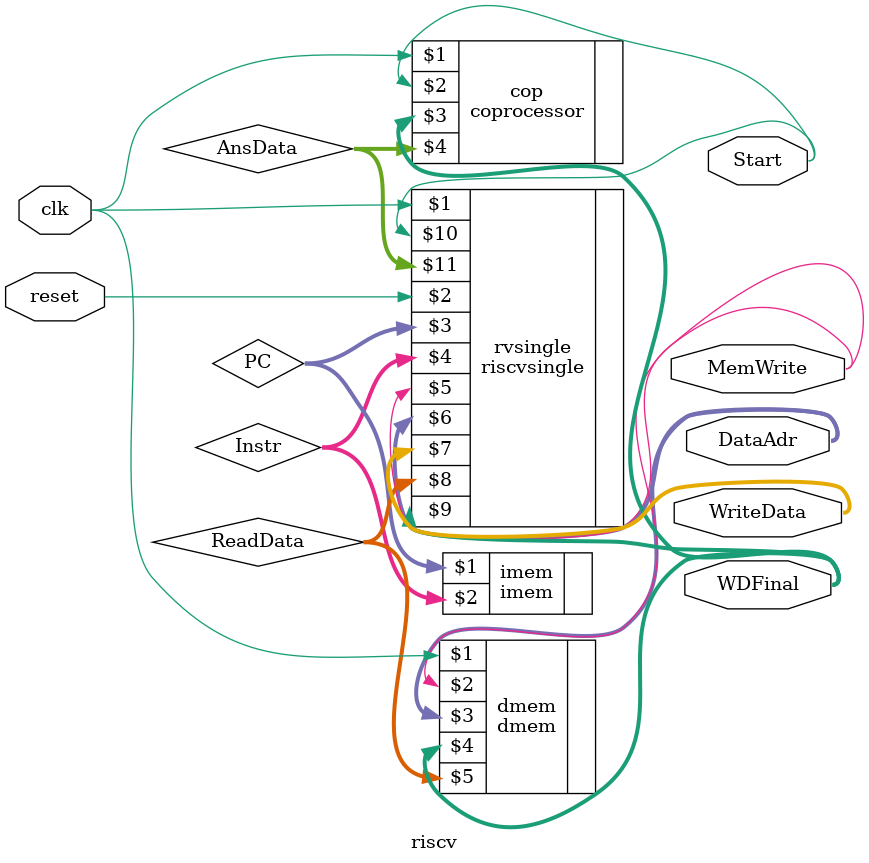
<source format=sv>
module riscv(input logic clk, reset,
            output logic [31:0] WriteData, DataAdr, WDFinal,
            output logic MemWrite,
            output logic Start);
    logic [31:0] PC, Instr, ReadData, AnsData;

    // instantiate processor, memories and coprocessor
    riscvsingle rvsingle( clk, reset, PC, Instr, MemWrite,
    DataAdr, WriteData, ReadData, WDFinal ,Start, AnsData);
    imem imem(PC, Instr);
    dmem dmem(clk, MemWrite, DataAdr, WDFinal, ReadData);
    coprocessor cop(clk, Start, WDFinal, AnsData);
endmodule
</source>
